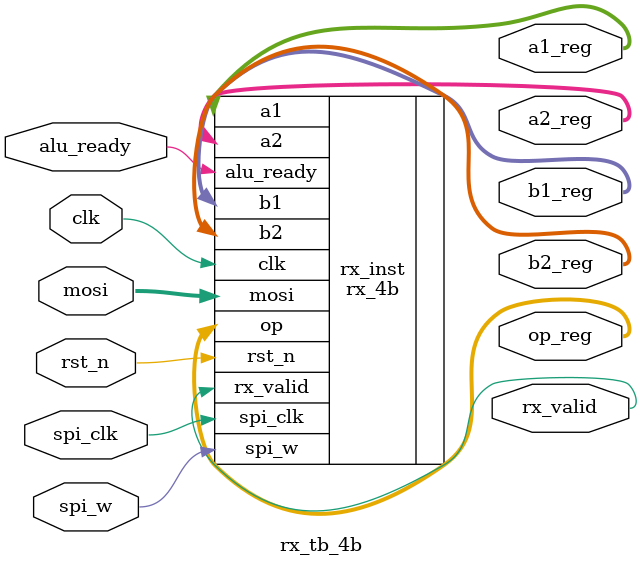
<source format=sv>


`timescale 1ns / 1ps
`default_nettype none

module rx_tb_4b (
    input  wire       clk,
    input  wire       rst_n,
    
    // SPI interface
    input  wire       spi_clk,
    input  wire       spi_w,
    input  wire [3:0] mosi,      // 4-bit MOSI (reduced from 8-bit)
    
    // Control input
    input  wire       alu_ready,
    
    // Outputs - exposed registers
    output wire [3:0] op_reg,    // 4-bit registers (reduced from 8-bit)
    output wire [3:0] a1_reg,
    output wire [3:0] a2_reg,
    output wire [3:0] b1_reg,
    output wire [3:0] b2_reg,
    output wire       rx_valid
);

    // Instantiate the RX_4B module
    rx_4b rx_inst (
        .clk(clk),
        .rst_n(rst_n),
        .spi_clk(spi_clk),
        .spi_w(spi_w),
        .mosi(mosi),
        .alu_ready(alu_ready),
        .op(op_reg),
        .a1(a1_reg),
        .a2(a2_reg),
        .b1(b1_reg),
        .b2(b2_reg),
        .rx_valid(rx_valid)
    );

    // Simple clock for interactive waveform debugging (cocotb also drives clk)
    initial begin
        // Clock will be driven by cocotb
    end

    // Convenient VCD dump for waveform viewers
    `ifdef VCD_PATH
    initial begin
        $dumpfile(`VCD_PATH);
        $dumpvars(0, rx_tb_4b);
    end
    `endif

endmodule
</source>
